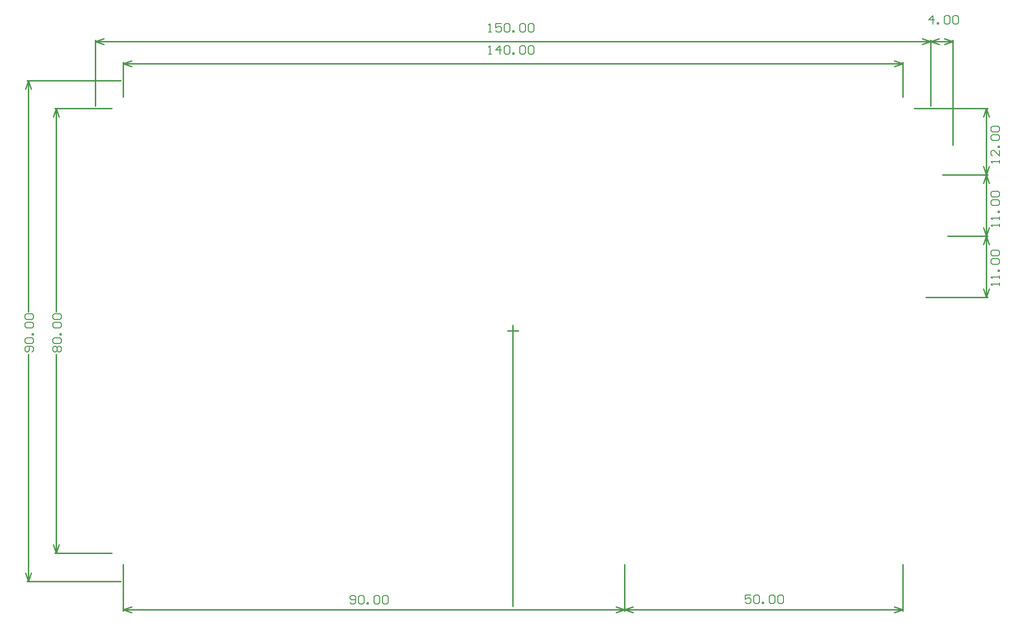
<source format=gbr>
%TF.GenerationSoftware,Altium Limited,Altium Designer,22.5.1 (42)*%
G04 Layer_Color=32768*
%FSLAX43Y43*%
%MOMM*%
%TF.SameCoordinates,16143D8C-65FE-44CA-9B93-5BB87F4A9255*%
%TF.FilePolarity,Positive*%
%TF.FileFunction,Other,Top_Dimensions*%
%TF.Part,Single*%
G01*
G75*
%TA.AperFunction,NonConductor*%
%ADD84C,0.254*%
%ADD88C,0.152*%
D84*
X75000Y44000D02*
Y46000D01*
Y-4500D02*
Y44000D01*
X74000Y45000D02*
X76000D01*
X95000Y-5100D02*
X96524Y-4592D01*
X95000Y-5100D02*
X96524Y-5608D01*
X143476D02*
X145000Y-5100D01*
X143476Y-4592D02*
X145000Y-5100D01*
X95000D02*
X120000D01*
X145000D01*
X95000Y-5354D02*
Y2996D01*
X145000Y-5354D02*
Y2996D01*
X5000Y-5100D02*
X6524Y-4592D01*
X5000Y-5100D02*
X6524Y-5608D01*
X93476D02*
X95000Y-5100D01*
X93476Y-4592D02*
X95000Y-5100D01*
X5000D02*
X50000D01*
X95000D01*
X5000Y-5354D02*
Y2996D01*
X95000Y-5354D02*
Y2996D01*
X150000Y97000D02*
X151524Y97508D01*
X150000Y97000D02*
X151524Y96492D01*
X152476D02*
X154000Y97000D01*
X152476Y97508D02*
X154000Y97000D01*
X150000D02*
X152000D01*
X154000D01*
X150000Y85381D02*
Y97254D01*
X154000Y78381D02*
Y97254D01*
X-12508Y1524D02*
X-12000Y0D01*
X-11492Y1524D01*
X-12000Y90000D02*
X-11492Y88476D01*
X-12508D02*
X-12000Y90000D01*
Y0D02*
Y40759D01*
Y48428D02*
Y90000D01*
X-12254Y0D02*
X4619D01*
X-12254Y90000D02*
X4619D01*
X-7000Y85000D02*
X-6492Y83476D01*
X-7508D02*
X-7000Y85000D01*
X-7508Y6524D02*
X-7000Y5000D01*
X-6492Y6524D01*
X-7000Y48428D02*
Y85000D01*
Y5000D02*
Y40759D01*
X-7254Y85000D02*
X2996D01*
X-7254Y5000D02*
X2996D01*
X0Y97000D02*
X1524Y97508D01*
X0Y97000D02*
X1524Y96492D01*
X148476D02*
X150000Y97000D01*
X148476Y97508D02*
X150000Y97000D01*
X0D02*
X75000D01*
X150000D01*
X0Y85381D02*
Y97254D01*
X150000Y85381D02*
Y97254D01*
X143476Y92492D02*
X145000Y93000D01*
X143476Y93508D02*
X145000Y93000D01*
X5000D02*
X6524Y93508D01*
X5000Y93000D02*
X6524Y92492D01*
X75000Y93000D02*
X145000D01*
X5000D02*
X75000D01*
X145000Y87004D02*
Y93254D01*
X5000Y87004D02*
Y93254D01*
X160000Y62000D02*
X160508Y60476D01*
X159492D02*
X160000Y62000D01*
X159492Y52524D02*
X160000Y51000D01*
X160508Y52524D01*
X160000Y56500D02*
Y62000D01*
Y51000D02*
Y56500D01*
X153000Y62000D02*
X160254D01*
X149104Y51000D02*
X160254D01*
X160000Y73000D02*
X160508Y71476D01*
X159492D02*
X160000Y73000D01*
X159492Y63524D02*
X160000Y62000D01*
X160508Y63524D01*
X160000Y67500D02*
Y73000D01*
Y62000D02*
Y67500D01*
X152104Y73000D02*
X160254D01*
X153000Y62000D02*
X160254D01*
X160000Y85000D02*
X160508Y83476D01*
X159492D02*
X160000Y85000D01*
X159492Y74524D02*
X160000Y73000D01*
X160508Y74524D01*
X160000Y79000D02*
Y85000D01*
Y73000D02*
Y79000D01*
X147004Y85000D02*
X160254D01*
X152104Y73000D02*
X160254D01*
D88*
X117768Y-2516D02*
X116752D01*
Y-3278D01*
X117260Y-3024D01*
X117514D01*
X117768Y-3278D01*
Y-3786D01*
X117514Y-4040D01*
X117006D01*
X116752Y-3786D01*
X118276Y-2770D02*
X118530Y-2516D01*
X119038D01*
X119292Y-2770D01*
Y-3786D01*
X119038Y-4040D01*
X118530D01*
X118276Y-3786D01*
Y-2770D01*
X119799Y-4040D02*
Y-3786D01*
X120053D01*
Y-4040D01*
X119799D01*
X121069Y-2770D02*
X121323Y-2516D01*
X121831D01*
X122085Y-2770D01*
Y-3786D01*
X121831Y-4040D01*
X121323D01*
X121069Y-3786D01*
Y-2770D01*
X122593D02*
X122846Y-2516D01*
X123354D01*
X123608Y-2770D01*
Y-3786D01*
X123354Y-4040D01*
X122846D01*
X122593Y-3786D01*
Y-2770D01*
X45785Y-3886D02*
X46039Y-4140D01*
X46547D01*
X46800Y-3886D01*
Y-2870D01*
X46547Y-2616D01*
X46039D01*
X45785Y-2870D01*
Y-3124D01*
X46039Y-3378D01*
X46800D01*
X47308Y-2870D02*
X47562Y-2616D01*
X48070D01*
X48324Y-2870D01*
Y-3886D01*
X48070Y-4140D01*
X47562D01*
X47308Y-3886D01*
Y-2870D01*
X48832Y-4140D02*
Y-3886D01*
X49086D01*
Y-4140D01*
X48832D01*
X50101Y-2870D02*
X50355Y-2616D01*
X50863D01*
X51117Y-2870D01*
Y-3886D01*
X50863Y-4140D01*
X50355D01*
X50101Y-3886D01*
Y-2870D01*
X51625D02*
X51879Y-2616D01*
X52387D01*
X52641Y-2870D01*
Y-3886D01*
X52387Y-4140D01*
X51879D01*
X51625Y-3886D01*
Y-2870D01*
X150414Y100160D02*
Y101684D01*
X149652Y100922D01*
X150668D01*
X151176Y100160D02*
Y100414D01*
X151430D01*
Y100160D01*
X151176D01*
X152445Y101430D02*
X152699Y101684D01*
X153207D01*
X153461Y101430D01*
Y100414D01*
X153207Y100160D01*
X152699D01*
X152445Y100414D01*
Y101430D01*
X153969D02*
X154223Y101684D01*
X154731D01*
X154985Y101430D01*
Y100414D01*
X154731Y100160D01*
X154223D01*
X153969Y100414D01*
Y101430D01*
X-11340Y41166D02*
X-11086Y41420D01*
Y41927D01*
X-11340Y42181D01*
X-12355D01*
X-12609Y41927D01*
Y41420D01*
X-12355Y41166D01*
X-12102D01*
X-11848Y41420D01*
Y42181D01*
X-12355Y42689D02*
X-12609Y42943D01*
Y43451D01*
X-12355Y43705D01*
X-11340D01*
X-11086Y43451D01*
Y42943D01*
X-11340Y42689D01*
X-12355D01*
X-11086Y44213D02*
X-11340D01*
Y44467D01*
X-11086D01*
Y44213D01*
X-12355Y45482D02*
X-12609Y45736D01*
Y46244D01*
X-12355Y46498D01*
X-11340D01*
X-11086Y46244D01*
Y45736D01*
X-11340Y45482D01*
X-12355D01*
Y47006D02*
X-12609Y47260D01*
Y47768D01*
X-12355Y48021D01*
X-11340D01*
X-11086Y47768D01*
Y47260D01*
X-11340Y47006D01*
X-12355D01*
X-7355Y41166D02*
X-7609Y41420D01*
Y41927D01*
X-7355Y42181D01*
X-7102D01*
X-6848Y41927D01*
X-6594Y42181D01*
X-6340D01*
X-6086Y41927D01*
Y41420D01*
X-6340Y41166D01*
X-6594D01*
X-6848Y41420D01*
X-7102Y41166D01*
X-7355D01*
X-6848Y41420D02*
Y41927D01*
X-7355Y42689D02*
X-7609Y42943D01*
Y43451D01*
X-7355Y43705D01*
X-6340D01*
X-6086Y43451D01*
Y42943D01*
X-6340Y42689D01*
X-7355D01*
X-6086Y44213D02*
X-6340D01*
Y44467D01*
X-6086D01*
Y44213D01*
X-7355Y45482D02*
X-7609Y45736D01*
Y46244D01*
X-7355Y46498D01*
X-6340D01*
X-6086Y46244D01*
Y45736D01*
X-6340Y45482D01*
X-7355D01*
Y47006D02*
X-7609Y47260D01*
Y47768D01*
X-7355Y48021D01*
X-6340D01*
X-6086Y47768D01*
Y47260D01*
X-6340Y47006D01*
X-7355D01*
X70652Y98660D02*
X71160D01*
X70906D01*
Y100184D01*
X70652Y99930D01*
X72938Y100184D02*
X71922D01*
Y99422D01*
X72430Y99676D01*
X72684D01*
X72938Y99422D01*
Y98914D01*
X72684Y98660D01*
X72176D01*
X71922Y98914D01*
X73446Y99930D02*
X73699Y100184D01*
X74207D01*
X74461Y99930D01*
Y98914D01*
X74207Y98660D01*
X73699D01*
X73446Y98914D01*
Y99930D01*
X74969Y98660D02*
Y98914D01*
X75223D01*
Y98660D01*
X74969D01*
X76239Y99930D02*
X76493Y100184D01*
X77000D01*
X77254Y99930D01*
Y98914D01*
X77000Y98660D01*
X76493D01*
X76239Y98914D01*
Y99930D01*
X77762D02*
X78016Y100184D01*
X78524D01*
X78778Y99930D01*
Y98914D01*
X78524Y98660D01*
X78016D01*
X77762Y98914D01*
Y99930D01*
X70652Y94660D02*
X71160D01*
X70906D01*
Y96184D01*
X70652Y95930D01*
X72684Y94660D02*
Y96184D01*
X71922Y95422D01*
X72938D01*
X73446Y95930D02*
X73699Y96184D01*
X74207D01*
X74461Y95930D01*
Y94914D01*
X74207Y94660D01*
X73699D01*
X73446Y94914D01*
Y95930D01*
X74969Y94660D02*
Y94914D01*
X75223D01*
Y94660D01*
X74969D01*
X76239Y95930D02*
X76493Y96184D01*
X77000D01*
X77254Y95930D01*
Y94914D01*
X77000Y94660D01*
X76493D01*
X76239Y94914D01*
Y95930D01*
X77762D02*
X78016Y96184D01*
X78524D01*
X78778Y95930D01*
Y94914D01*
X78524Y94660D01*
X78016D01*
X77762Y94914D01*
Y95930D01*
X162340Y53152D02*
Y53660D01*
Y53406D01*
X160816D01*
X161070Y53152D01*
X162340Y54422D02*
Y54930D01*
Y54676D01*
X160816D01*
X161070Y54422D01*
X162340Y55692D02*
X162086D01*
Y55945D01*
X162340D01*
Y55692D01*
X161070Y56961D02*
X160816Y57215D01*
Y57723D01*
X161070Y57977D01*
X162086D01*
X162340Y57723D01*
Y57215D01*
X162086Y56961D01*
X161070D01*
Y58485D02*
X160816Y58739D01*
Y59246D01*
X161070Y59500D01*
X162086D01*
X162340Y59246D01*
Y58739D01*
X162086Y58485D01*
X161070D01*
X162340Y63676D02*
Y64184D01*
Y63930D01*
X160816D01*
X161070Y63676D01*
X162340Y64946D02*
Y65454D01*
Y65200D01*
X160816D01*
X161070Y64946D01*
X162340Y66216D02*
X162086D01*
Y66469D01*
X162340D01*
Y66216D01*
X161070Y67485D02*
X160816Y67739D01*
Y68247D01*
X161070Y68501D01*
X162086D01*
X162340Y68247D01*
Y67739D01*
X162086Y67485D01*
X161070D01*
Y69009D02*
X160816Y69263D01*
Y69770D01*
X161070Y70024D01*
X162086D01*
X162340Y69770D01*
Y69263D01*
X162086Y69009D01*
X161070D01*
X162340Y75152D02*
Y75660D01*
Y75406D01*
X160816D01*
X161070Y75152D01*
X162340Y77438D02*
Y76422D01*
X161324Y77438D01*
X161070D01*
X160816Y77184D01*
Y76676D01*
X161070Y76422D01*
X162340Y77946D02*
X162086D01*
Y78199D01*
X162340D01*
Y77946D01*
X161070Y79215D02*
X160816Y79469D01*
Y79977D01*
X161070Y80231D01*
X162086D01*
X162340Y79977D01*
Y79469D01*
X162086Y79215D01*
X161070D01*
Y80739D02*
X160816Y80993D01*
Y81500D01*
X161070Y81754D01*
X162086D01*
X162340Y81500D01*
Y80993D01*
X162086Y80739D01*
X161070D01*
%TF.MD5,89fb350655b01b6586108e655aa71f8e*%
M02*

</source>
